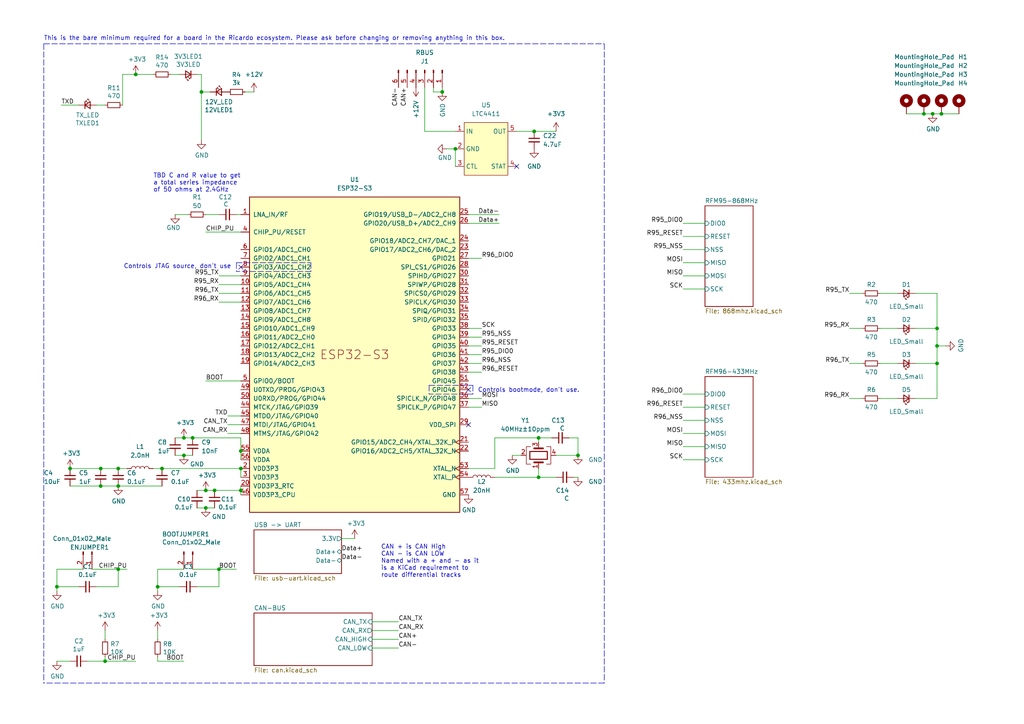
<source format=kicad_sch>
(kicad_sch (version 20211123) (generator eeschema)
  (paper "A4")
  (lib_symbols
    (symbol "Connector:Conn_01x02_Male" (pin_names (offset 1.016) hide)
      (property "Reference" "J" (at 0 2.54 0))
      (property "Value" "Conn_01x02_Male" (at 0 -5.08 0))
      (symbol "Conn_01x02_Male_1_1"
        (polyline (pts (xy 1.27 -2.54) (xy 0.8636 -2.54)) (stroke (width 0.1524)))
        (polyline (pts (xy 1.27 0) (xy 0.8636 0)) (stroke (width 0.1524)))
        (rectangle (start 0.8636 -2.413) (end 0 -2.667) (stroke (width 0.1524)) (fill (type outline)))
        (rectangle (start 0.8636 0.127) (end 0 -0.127) (stroke (width 0.1524)) (fill (type outline)))
        (pin passive line (at 5.08 0 180) (length 3.81) (name "Pin_1") (number "1"))
        (pin passive line (at 5.08 -2.54 180) (length 3.81) (name "Pin_2") (number "2"))
      )
    )
    (symbol "Connector:Conn_01x06_Male" (pin_names (offset 1.016) hide)
      (property "Reference" "J" (at 0 7.62 0))
      (property "Value" "Conn_01x06_Male" (at 0 -10.16 0))
      (symbol "Conn_01x06_Male_1_1"
        (polyline (pts (xy 1.27 -7.62) (xy 0.8636 -7.62)) (stroke (width 0.1524)))
        (polyline (pts (xy 1.27 -5.08) (xy 0.8636 -5.08)) (stroke (width 0.1524)))
        (polyline (pts (xy 1.27 -2.54) (xy 0.8636 -2.54)) (stroke (width 0.1524)))
        (polyline (pts (xy 1.27 0) (xy 0.8636 0)) (stroke (width 0.1524)))
        (polyline (pts (xy 1.27 2.54) (xy 0.8636 2.54)) (stroke (width 0.1524)))
        (polyline (pts (xy 1.27 5.08) (xy 0.8636 5.08)) (stroke (width 0.1524)))
        (rectangle (start 0.8636 -7.493) (end 0 -7.747) (stroke (width 0.1524)) (fill (type outline)))
        (rectangle (start 0.8636 -4.953) (end 0 -5.207) (stroke (width 0.1524)) (fill (type outline)))
        (rectangle (start 0.8636 -2.413) (end 0 -2.667) (stroke (width 0.1524)) (fill (type outline)))
        (rectangle (start 0.8636 0.127) (end 0 -0.127) (stroke (width 0.1524)) (fill (type outline)))
        (rectangle (start 0.8636 2.667) (end 0 2.413) (stroke (width 0.1524)) (fill (type outline)))
        (rectangle (start 0.8636 5.207) (end 0 4.953) (stroke (width 0.1524)) (fill (type outline)))
        (pin passive line (at 5.08 5.08 180) (length 3.81) (name "Pin_1") (number "1"))
        (pin passive line (at 5.08 2.54 180) (length 3.81) (name "Pin_2") (number "2"))
        (pin passive line (at 5.08 0 180) (length 3.81) (name "Pin_3") (number "3"))
        (pin passive line (at 5.08 -2.54 180) (length 3.81) (name "Pin_4") (number "4"))
        (pin passive line (at 5.08 -5.08 180) (length 3.81) (name "Pin_5") (number "5"))
        (pin passive line (at 5.08 -7.62 180) (length 3.81) (name "Pin_6") (number "6"))
      )
    )
    (symbol "Device:C_Small" (pin_numbers hide) (pin_names (offset 0.254) hide)
      (property "Reference" "C" (at 0.254 1.778 0))
      (property "Value" "C_Small" (at 0.254 -2.032 0))
      (symbol "C_Small_0_1"
        (polyline (pts (xy -1.524 -0.508) (xy 1.524 -0.508)) (stroke (width 0.3302)))
        (polyline (pts (xy -1.524 0.508) (xy 1.524 0.508)) (stroke (width 0.3048)))
      )
      (symbol "C_Small_1_1"
        (pin passive line (at 0 2.54 270) (length 2.032) (name "~") (number "1"))
        (pin passive line (at 0 -2.54 90) (length 2.032) (name "~") (number "2"))
      )
    )
    (symbol "Device:Crystal_GND24" (pin_names (offset 1.016) hide)
      (property "Reference" "Y" (at 3.175 5.08 0))
      (property "Value" "Crystal_GND24" (at 3.175 3.175 0))
      (symbol "Crystal_GND24_0_1"
        (rectangle (start -1.143 2.54) (end 1.143 -2.54) (stroke (width 0.3048)))
        (polyline (pts (xy -2.54 0) (xy -2.032 0)))
        (polyline (pts (xy -2.032 -1.27) (xy -2.032 1.27)) (stroke (width 0.508)))
        (polyline (pts (xy 0 -3.81) (xy 0 -3.556)))
        (polyline (pts (xy 0 3.556) (xy 0 3.81)))
        (polyline (pts (xy 2.032 -1.27) (xy 2.032 1.27)) (stroke (width 0.508)))
        (polyline (pts (xy 2.032 0) (xy 2.54 0)))
        (polyline (pts (xy -2.54 -2.286) (xy -2.54 -3.556) (xy 2.54 -3.556) (xy 2.54 -2.286)))
        (polyline (pts (xy -2.54 2.286) (xy -2.54 3.556) (xy 2.54 3.556) (xy 2.54 2.286)))
      )
      (symbol "Crystal_GND24_1_1"
        (pin passive line (at -3.81 0 0) (length 1.27) (name "1") (number "1"))
        (pin passive line (at 0 5.08 270) (length 1.27) (name "2") (number "2"))
        (pin passive line (at 3.81 0 180) (length 1.27) (name "3") (number "3"))
        (pin passive line (at 0 -5.08 90) (length 1.27) (name "4") (number "4"))
      )
    )
    (symbol "Device:L" (pin_numbers hide) (pin_names (offset 1.016) hide)
      (property "Reference" "L" (at -1.27 0 90))
      (property "Value" "L" (at 1.905 0 90))
      (symbol "L_0_1"
        (arc (start 0 -2.54) (mid 0.635 -1.905) (end 0 -1.27))
        (arc (start 0 -1.27) (mid 0.635 -0.635) (end 0 0))
        (arc (start 0 0) (mid 0.635 0.635) (end 0 1.27))
        (arc (start 0 1.27) (mid 0.635 1.905) (end 0 2.54))
      )
      (symbol "L_1_1"
        (pin passive line (at 0 3.81 270) (length 1.27) (name "1") (number "1"))
        (pin passive line (at 0 -3.81 90) (length 1.27) (name "2") (number "2"))
      )
    )
    (symbol "Device:LED_Small" (pin_numbers hide) (pin_names (offset 0.254) hide)
      (property "Reference" "D" (at -1.27 3.175 0))
      (property "Value" "LED_Small" (at -4.445 -2.54 0))
      (symbol "LED_Small_0_1"
        (polyline (pts (xy -0.762 -1.016) (xy -0.762 1.016)) (stroke (width 0.254)))
        (polyline (pts (xy 1.016 0) (xy -0.762 0)))
        (polyline (pts (xy 0.762 -1.016) (xy -0.762 0) (xy 0.762 1.016) (xy 0.762 -1.016)) (stroke (width 0.254)))
        (polyline (pts (xy 0 0.762) (xy -0.508 1.27) (xy -0.254 1.27) (xy -0.508 1.27) (xy -0.508 1.016)))
        (polyline (pts (xy 0.508 1.27) (xy 0 1.778) (xy 0.254 1.778) (xy 0 1.778) (xy 0 1.524)))
      )
      (symbol "LED_Small_1_1"
        (pin passive line (at -2.54 0 0) (length 1.778) (name "K") (number "1"))
        (pin passive line (at 2.54 0 180) (length 1.778) (name "A") (number "2"))
      )
    )
    (symbol "Device:R_Small" (pin_numbers hide) (pin_names (offset 0.254) hide)
      (property "Reference" "R" (at 0.762 0.508 0))
      (property "Value" "R_Small" (at 0.762 -1.016 0))
      (symbol "R_Small_0_1"
        (rectangle (start -0.762 1.778) (end 0.762 -1.778) (stroke (width 0.2032)))
      )
      (symbol "R_Small_1_1"
        (pin passive line (at 0 2.54 270) (length 0.762) (name "~") (number "1"))
        (pin passive line (at 0 -2.54 90) (length 0.762) (name "~") (number "2"))
      )
    )
    (symbol "Espressif:ESP32-S3" (pin_names (offset 1.016))
      (property "Reference" "U" (at 0 48.26 0))
      (property "Value" "ESP32-S3" (at 0 -48.26 0))
      (symbol "ESP32-S3_0_0"
        (text "ESP32-S3" (at 0 0 0) (effects (font (size 2.54 2.54))))
        (pin bidirectional line (at 33.02 -12.7 180) (length 2.54) (name "SPICLK_N/GPIO48") (number "36"))
        (pin bidirectional line (at 33.02 -15.24 180) (length 2.54) (name "SPICLK_P/GPIO47") (number "37"))
      )
      (symbol "ESP32-S3_0_1"
        (rectangle (start -30.48 45.72) (end 30.48 -45.72) (stroke (width 0.254)) (fill (type background)))
      )
      (symbol "ESP32-S3_1_1"
        (pin bidirectional line (at -33.02 40.64 0) (length 2.54) (name "LNA_IN/RF") (number "1"))
        (pin bidirectional line (at -33.02 20.32 0) (length 2.54) (name "GPIO5/ADC1_CH4") (number "10"))
        (pin bidirectional line (at -33.02 17.78 0) (length 2.54) (name "GPIO6/ADC1_CH5") (number "11"))
        (pin bidirectional line (at -33.02 15.24 0) (length 2.54) (name "GPIO7/ADC1_CH6") (number "12"))
        (pin bidirectional line (at -33.02 12.7 0) (length 2.54) (name "GPIO8/ADC1_CH7") (number "13"))
        (pin bidirectional line (at -33.02 10.16 0) (length 2.54) (name "GPIO9/ADC1_CH8") (number "14"))
        (pin bidirectional line (at -33.02 7.62 0) (length 2.54) (name "GPIO10/ADC1_CH9") (number "15"))
        (pin bidirectional line (at -33.02 5.08 0) (length 2.54) (name "GPIO11/ADC2_CH0") (number "16"))
        (pin bidirectional line (at -33.02 2.54 0) (length 2.54) (name "GPIO12/ADC2_CH1") (number "17"))
        (pin bidirectional line (at -33.02 0 0) (length 2.54) (name "GPIO13/ADC2_CH2") (number "18"))
        (pin bidirectional line (at -33.02 -2.54 0) (length 2.54) (name "GPIO14/ADC2_CH3") (number "19"))
        (pin power_in line (at -33.02 -33.02 0) (length 2.54) (name "VDD3P3") (number "2"))
        (pin power_in line (at -33.02 -38.1 0) (length 2.54) (name "VDD3P3_RTC") (number "20"))
        (pin input clock (at 33.02 -25.4 180) (length 2.54) (name "GPIO15/ADC2_CH4/XTAL_32K_P") (number "21"))
        (pin output clock (at 33.02 -27.94 180) (length 2.54) (name "GPIO16/ADC2_CH5/XTAL_32K_N") (number "22"))
        (pin bidirectional line (at 33.02 30.48 180) (length 2.54) (name "GPIO17/ADC2_CH6/DAC_2") (number "23"))
        (pin bidirectional line (at 33.02 33.02 180) (length 2.54) (name "GPIO18/ADC2_CH7/DAC_1") (number "24"))
        (pin bidirectional line (at 33.02 40.64 180) (length 2.54) (name "GPIO19/USB_D-/ADC2_CH8") (number "25"))
        (pin bidirectional line (at 33.02 38.1 180) (length 2.54) (name "GPIO20/USB_D+/ADC2_CH9") (number "26"))
        (pin bidirectional line (at 33.02 27.94 180) (length 2.54) (name "GPIO21") (number "27"))
        (pin bidirectional line (at 33.02 25.4 180) (length 2.54) (name "SPI_CS1/GPIO26") (number "28"))
        (pin power_out line (at 33.02 -20.32 180) (length 2.54) (name "VDD_SPI") (number "29"))
        (pin power_in line (at -33.02 -35.56 0) (length 2.54) (name "VDD3P3") (number "3"))
        (pin bidirectional line (at 33.02 22.86 180) (length 2.54) (name "SPIHD/GPIO27") (number "30"))
        (pin bidirectional line (at 33.02 20.32 180) (length 2.54) (name "SPIWP/GPIO28") (number "31"))
        (pin bidirectional line (at 33.02 17.78 180) (length 2.54) (name "SPICS0/GPIO29") (number "32"))
        (pin bidirectional line (at 33.02 15.24 180) (length 2.54) (name "SPICLK/GPIO30") (number "33"))
        (pin bidirectional line (at 33.02 12.7 180) (length 2.54) (name "SPIQ/GPIO31") (number "34"))
        (pin bidirectional line (at 33.02 10.16 180) (length 2.54) (name "SPID/GPIO32") (number "35"))
        (pin bidirectional line (at 33.02 7.62 180) (length 2.54) (name "GPIO33") (number "38"))
        (pin bidirectional line (at 33.02 5.08 180) (length 2.54) (name "GPIO34") (number "39"))
        (pin input line (at -33.02 35.56 0) (length 2.54) (name "CHIP_PU/RESET") (number "4"))
        (pin bidirectional line (at 33.02 2.54 180) (length 2.54) (name "GPIO35") (number "40"))
        (pin bidirectional line (at 33.02 0 180) (length 2.54) (name "GPIO36") (number "41"))
        (pin bidirectional line (at 33.02 -2.54 180) (length 2.54) (name "GPIO37") (number "42"))
        (pin bidirectional line (at 33.02 -5.08 180) (length 2.54) (name "GPIO38") (number "43"))
        (pin bidirectional line (at -33.02 -15.24 0) (length 2.54) (name "MTCK/JTAG/GPIO39") (number "44"))
        (pin bidirectional line (at -33.02 -17.78 0) (length 2.54) (name "MTDO/JTAG/GPIO40") (number "45"))
        (pin power_in line (at -33.02 -40.64 0) (length 2.54) (name "VDD3P3_CPU") (number "46"))
        (pin bidirectional line (at -33.02 -20.32 0) (length 2.54) (name "MTDI/JTAG/GPIO41") (number "47"))
        (pin bidirectional line (at -33.02 -22.86 0) (length 2.54) (name "MTMS/JTAG/GPIO42") (number "48"))
        (pin bidirectional line (at -33.02 -10.16 0) (length 2.54) (name "U0TXD/PROG/GPIO43") (number "49"))
        (pin bidirectional line (at -33.02 -7.62 0) (length 2.54) (name "GPIO0/BOOT") (number "5"))
        (pin bidirectional line (at -33.02 -12.7 0) (length 2.54) (name "U0RXD/PROG/GPIO44") (number "50"))
        (pin bidirectional line (at 33.02 -7.62 180) (length 2.54) (name "GPIO45") (number "51"))
        (pin bidirectional line (at 33.02 -10.16 180) (length 2.54) (name "GPIO46") (number "52"))
        (pin input clock (at 33.02 -33.02 180) (length 2.54) (name "XTAL_N") (number "53"))
        (pin output clock (at 33.02 -35.56 180) (length 2.54) (name "XTAL_P") (number "54"))
        (pin power_in line (at -33.02 -27.94 0) (length 2.54) (name "VDDA") (number "55"))
        (pin power_in line (at -33.02 -30.48 0) (length 2.54) (name "VDDA") (number "56"))
        (pin power_in line (at 33.02 -40.64 180) (length 2.54) (name "GND") (number "57"))
        (pin bidirectional line (at -33.02 30.48 0) (length 2.54) (name "GPIO1/ADC1_CH0") (number "6"))
        (pin bidirectional line (at -33.02 27.94 0) (length 2.54) (name "GPIO2/ADC1_CH1") (number "7"))
        (pin bidirectional line (at -33.02 25.4 0) (length 2.54) (name "GPIO3/ADC1_CH2") (number "8"))
        (pin bidirectional line (at -33.02 22.86 0) (length 2.54) (name "GPIO4/ADC1_CH3") (number "9"))
      )
    )
    (symbol "Mechanical:MountingHole_Pad" (pin_numbers hide) (pin_names (offset 1.016) hide)
      (property "Reference" "H" (at 0 6.35 0))
      (property "Value" "MountingHole_Pad" (at 0 4.445 0))
      (symbol "MountingHole_Pad_0_1"
        (circle (center 0 1.27) (radius 1.27) (stroke (width 1.27)))
      )
      (symbol "MountingHole_Pad_1_1"
        (pin input line (at 0 -2.54 90) (length 2.54) (name "1") (number "1"))
      )
    )
    (symbol "iclr:LTC4411"
      (property "Reference" "U" (at 0 1.27 0))
      (property "Value" "LTC4411" (at 0 -1.27 0))
      (symbol "LTC4411_0_1"
        (rectangle (start -6.35 -2.54) (end 6.35 -17.78) (fill (type background)))
      )
      (symbol "LTC4411_1_1"
        (pin power_in line (at -8.89 -5.08 0) (length 2.54) (name "IN") (number "1"))
        (pin output line (at -8.89 -10.16 0) (length 2.54) (name "GND") (number "2"))
        (pin input line (at -8.89 -15.24 0) (length 2.54) (name "CTL") (number "3"))
        (pin input line (at 8.89 -15.24 180) (length 2.54) (name "STAT") (number "4"))
        (pin power_out line (at 8.89 -5.08 180) (length 2.54) (name "OUT") (number "5"))
      )
    )
    (symbol "power:+12V" (power) (pin_names (offset 0))
      (property "Value" "+12V" (at 0 3.556 0))
      (symbol "+12V_0_1"
        (polyline (pts (xy -0.762 1.27) (xy 0 2.54)))
        (polyline (pts (xy 0 0) (xy 0 2.54)))
        (polyline (pts (xy 0 2.54) (xy 0.762 1.27)))
      )
      (symbol "+12V_1_1"
        (pin power_in line (at 0 0 90) (length 0) hide (name "+12V") (number "1"))
      )
    )
    (symbol "power:+3.3V" (power) (pin_names (offset 0))
      (property "Value" "+3.3V" (at 0 3.556 0))
      (symbol "+3.3V_0_1"
        (polyline (pts (xy -0.762 1.27) (xy 0 2.54)))
        (polyline (pts (xy 0 0) (xy 0 2.54)))
        (polyline (pts (xy 0 2.54) (xy 0.762 1.27)))
      )
      (symbol "+3.3V_1_1"
        (pin power_in line (at 0 0 90) (length 0) hide (name "+3V3") (number "1"))
      )
    )
    (symbol "power:GND" (power) (pin_names (offset 0))
      (property "Value" "GND" (at 0 -3.81 0))
      (symbol "GND_0_1"
        (polyline (pts (xy 0 0) (xy 0 -1.27) (xy 1.27 -1.27) (xy 0 -2.54) (xy -1.27 -1.27) (xy 0 -1.27)))
      )
      (symbol "GND_1_1"
        (pin power_in line (at 0 0 270) (length 0) hide (name "GND") (number "1"))
      )
    )
  )
  (junction (at 132.08 43.18))
  (junction (at 39.37 21.59))
  (junction (at 59.69 142.24))
  (junction (at 271.78 95.25))
  (junction (at 53.34 127))
  (junction (at 58.42 26.67))
  (junction (at 30.48 191.77))
  (junction (at 271.78 105.41))
  (junction (at 271.78 100.33))
  (junction (at 69.85 142.24))
  (junction (at 55.88 127))
  (junction (at 63.5 165.1))
  (junction (at 59.69 147.32))
  (junction (at 62.23 142.24))
  (junction (at 34.29 135.89))
  (junction (at 20.32 135.89))
  (junction (at 45.72 170.18))
  (junction (at 29.21 135.89))
  (junction (at 154.94 38.1))
  (junction (at 34.29 140.97))
  (junction (at 156.21 127))
  (junction (at 273.05 33.02))
  (junction (at 53.34 132.08))
  (junction (at 156.21 138.43))
  (junction (at 69.85 130.81))
  (junction (at 29.21 140.97))
  (junction (at 16.51 170.18))
  (junction (at 270.51 33.02))
  (junction (at 267.97 33.02))
  (junction (at 167.64 132.08))
  (junction (at 46.99 135.89))
  (junction (at 128.27 26.67))
  (junction (at 34.29 165.1))
  (junction (at 69.85 135.89))
  (no_connect (at 69.85 77.47))
  (no_connect (at 135.89 113.03))
  (no_connect (at 135.89 123.19))
  (no_connect (at 149.86 48.26))
  (wire (pts (xy 30.48 191.77) (xy 30.48 190.5)))
  (wire (pts (xy 135.89 62.23) (xy 144.78 62.23)))
  (wire (pts (xy 69.85 135.89) (xy 69.85 138.43)))
  (polyline (pts (xy 90.17 78.74) (xy 68.58 78.74)))
  (wire (pts (xy 63.5 170.18) (xy 63.5 165.1)))
  (polyline (pts (xy 68.58 76.2) (xy 68.58 78.74)))
  (wire (pts (xy 274.32 100.33) (xy 271.78 100.33)))
  (wire (pts (xy 66.04 123.19) (xy 69.85 123.19)))
  (wire (pts (xy 60.96 26.67) (xy 58.42 26.67)))
  (wire (pts (xy 16.51 191.77) (xy 20.32 191.77)))
  (wire (pts (xy 107.95 180.34) (xy 115.57 180.34)))
  (wire (pts (xy 198.12 64.77) (xy 204.47 64.77)))
  (wire (pts (xy 128.27 25.4) (xy 128.27 26.67)))
  (wire (pts (xy 260.35 95.25) (xy 255.27 95.25)))
  (wire (pts (xy 135.89 100.33) (xy 139.7 100.33)))
  (wire (pts (xy 160.02 127) (xy 156.21 127)))
  (wire (pts (xy 45.72 165.1) (xy 53.34 165.1)))
  (wire (pts (xy 125.73 26.67) (xy 128.27 26.67)))
  (wire (pts (xy 58.42 21.59) (xy 57.15 21.59)))
  (wire (pts (xy 29.21 135.89) (xy 34.29 135.89)))
  (wire (pts (xy 143.51 138.43) (xy 156.21 138.43)))
  (wire (pts (xy 271.78 100.33) (xy 271.78 105.41)))
  (wire (pts (xy 135.89 115.57) (xy 139.7 115.57)))
  (wire (pts (xy 59.69 110.49) (xy 69.85 110.49)))
  (polyline (pts (xy 12.7 12.7) (xy 12.7 198.12)))
  (wire (pts (xy 135.89 102.87) (xy 139.7 102.87)))
  (wire (pts (xy 267.97 33.02) (xy 262.89 33.02)))
  (wire (pts (xy 271.78 105.41) (xy 271.78 115.57)))
  (wire (pts (xy 16.51 170.18) (xy 16.51 171.45)))
  (wire (pts (xy 57.15 170.18) (xy 63.5 170.18)))
  (polyline (pts (xy 137.16 111.76) (xy 137.16 114.3)))
  (wire (pts (xy 68.58 165.1) (xy 63.5 165.1)))
  (wire (pts (xy 68.58 62.23) (xy 69.85 62.23)))
  (wire (pts (xy 27.94 30.48) (xy 30.48 30.48)))
  (wire (pts (xy 16.51 165.1) (xy 16.51 170.18)))
  (wire (pts (xy 161.29 132.08) (xy 167.64 132.08)))
  (wire (pts (xy 30.48 182.88) (xy 30.48 185.42)))
  (wire (pts (xy 57.15 147.32) (xy 59.69 147.32)))
  (polyline (pts (xy 68.58 76.2) (xy 90.17 76.2)))
  (wire (pts (xy 34.29 135.89) (xy 36.83 135.89)))
  (wire (pts (xy 69.85 142.24) (xy 69.85 143.51)))
  (wire (pts (xy 62.23 142.24) (xy 69.85 142.24)))
  (wire (pts (xy 53.34 132.08) (xy 55.88 132.08)))
  (wire (pts (xy 143.51 135.89) (xy 143.51 127)))
  (wire (pts (xy 156.21 127) (xy 156.21 128.27)))
  (wire (pts (xy 34.29 165.1) (xy 36.83 165.1)))
  (wire (pts (xy 50.8 132.08) (xy 53.34 132.08)))
  (wire (pts (xy 271.78 85.09) (xy 265.43 85.09)))
  (polyline (pts (xy 124.46 111.76) (xy 124.46 114.3)))
  (wire (pts (xy 63.5 87.63) (xy 69.85 87.63)))
  (polyline (pts (xy 12.7 12.7) (xy 175.26 12.7)))
  (wire (pts (xy 66.04 120.65) (xy 69.85 120.65)))
  (wire (pts (xy 44.45 135.89) (xy 46.99 135.89)))
  (wire (pts (xy 250.19 85.09) (xy 246.38 85.09)))
  (wire (pts (xy 69.85 130.81) (xy 69.85 133.35)))
  (wire (pts (xy 250.19 95.25) (xy 246.38 95.25)))
  (wire (pts (xy 22.86 170.18) (xy 16.51 170.18)))
  (wire (pts (xy 271.78 115.57) (xy 265.43 115.57)))
  (wire (pts (xy 250.19 115.57) (xy 246.38 115.57)))
  (wire (pts (xy 132.08 43.18) (xy 132.08 48.26)))
  (wire (pts (xy 50.8 127) (xy 53.34 127)))
  (wire (pts (xy 260.35 85.09) (xy 255.27 85.09)))
  (wire (pts (xy 17.78 30.48) (xy 22.86 30.48)))
  (wire (pts (xy 52.07 170.18) (xy 45.72 170.18)))
  (wire (pts (xy 123.19 25.4) (xy 123.19 38.1)))
  (wire (pts (xy 66.04 125.73) (xy 69.85 125.73)))
  (wire (pts (xy 50.8 62.23) (xy 54.61 62.23)))
  (wire (pts (xy 154.94 38.1) (xy 161.29 38.1)))
  (wire (pts (xy 59.69 62.23) (xy 63.5 62.23)))
  (wire (pts (xy 198.12 133.35) (xy 204.47 133.35)))
  (wire (pts (xy 278.13 33.02) (xy 273.05 33.02)))
  (wire (pts (xy 29.21 140.97) (xy 34.29 140.97)))
  (wire (pts (xy 35.56 21.59) (xy 39.37 21.59)))
  (wire (pts (xy 55.88 127) (xy 69.85 127)))
  (wire (pts (xy 271.78 95.25) (xy 265.43 95.25)))
  (wire (pts (xy 107.95 187.96) (xy 115.57 187.96)))
  (wire (pts (xy 107.95 182.88) (xy 115.57 182.88)))
  (wire (pts (xy 69.85 127) (xy 69.85 130.81)))
  (polyline (pts (xy 137.16 114.3) (xy 124.46 114.3)))
  (wire (pts (xy 198.12 125.73) (xy 204.47 125.73)))
  (wire (pts (xy 271.78 95.25) (xy 271.78 85.09)))
  (wire (pts (xy 55.88 165.1) (xy 63.5 165.1)))
  (wire (pts (xy 125.73 25.4) (xy 125.73 26.67)))
  (wire (pts (xy 25.4 191.77) (xy 30.48 191.77)))
  (wire (pts (xy 273.05 33.02) (xy 270.51 33.02)))
  (wire (pts (xy 135.89 135.89) (xy 143.51 135.89)))
  (wire (pts (xy 45.72 170.18) (xy 45.72 171.45)))
  (wire (pts (xy 45.72 191.77) (xy 45.72 190.5)))
  (wire (pts (xy 49.53 21.59) (xy 52.07 21.59)))
  (wire (pts (xy 148.59 132.08) (xy 151.13 132.08)))
  (wire (pts (xy 271.78 105.41) (xy 265.43 105.41)))
  (wire (pts (xy 135.89 107.95) (xy 139.7 107.95)))
  (wire (pts (xy 58.42 21.59) (xy 58.42 26.67)))
  (wire (pts (xy 161.29 138.43) (xy 156.21 138.43)))
  (wire (pts (xy 271.78 100.33) (xy 271.78 95.25)))
  (wire (pts (xy 135.89 118.11) (xy 139.7 118.11)))
  (wire (pts (xy 135.89 97.79) (xy 139.7 97.79)))
  (wire (pts (xy 63.5 82.55) (xy 69.85 82.55)))
  (wire (pts (xy 59.69 67.31) (xy 69.85 67.31)))
  (wire (pts (xy 149.86 38.1) (xy 154.94 38.1)))
  (wire (pts (xy 198.12 129.54) (xy 204.47 129.54)))
  (wire (pts (xy 53.34 191.77) (xy 45.72 191.77)))
  (wire (pts (xy 135.89 74.93) (xy 139.7 74.93)))
  (wire (pts (xy 58.42 26.67) (xy 58.42 40.64)))
  (wire (pts (xy 123.19 38.1) (xy 132.08 38.1)))
  (wire (pts (xy 156.21 135.89) (xy 156.21 138.43)))
  (wire (pts (xy 34.29 170.18) (xy 34.29 165.1)))
  (polyline (pts (xy 90.17 76.2) (xy 90.17 78.74)))
  (wire (pts (xy 63.5 85.09) (xy 69.85 85.09)))
  (wire (pts (xy 260.35 115.57) (xy 255.27 115.57)))
  (wire (pts (xy 143.51 127) (xy 156.21 127)))
  (wire (pts (xy 99.06 156.21) (xy 102.87 156.21)))
  (wire (pts (xy 167.64 138.43) (xy 166.37 138.43)))
  (wire (pts (xy 198.12 80.01) (xy 204.47 80.01)))
  (wire (pts (xy 198.12 118.11) (xy 204.47 118.11)))
  (wire (pts (xy 20.32 135.89) (xy 29.21 135.89)))
  (wire (pts (xy 198.12 68.58) (xy 204.47 68.58)))
  (wire (pts (xy 167.64 127) (xy 167.64 132.08)))
  (wire (pts (xy 39.37 21.59) (xy 44.45 21.59)))
  (polyline (pts (xy 124.46 111.76) (xy 137.16 111.76)))
  (wire (pts (xy 59.69 147.32) (xy 62.23 147.32)))
  (wire (pts (xy 30.48 191.77) (xy 39.37 191.77)))
  (wire (pts (xy 270.51 33.02) (xy 267.97 33.02)))
  (wire (pts (xy 107.95 185.42) (xy 115.57 185.42)))
  (wire (pts (xy 129.54 43.18) (xy 132.08 43.18)))
  (wire (pts (xy 53.34 127) (xy 55.88 127)))
  (wire (pts (xy 63.5 80.01) (xy 69.85 80.01)))
  (wire (pts (xy 35.56 21.59) (xy 35.56 30.48)))
  (wire (pts (xy 73.66 26.67) (xy 71.12 26.67)))
  (wire (pts (xy 46.99 135.89) (xy 69.85 135.89)))
  (wire (pts (xy 250.19 105.41) (xy 246.38 105.41)))
  (wire (pts (xy 198.12 121.92) (xy 204.47 121.92)))
  (polyline (pts (xy 175.26 12.7) (xy 175.26 198.12)))
  (wire (pts (xy 34.29 140.97) (xy 46.99 140.97)))
  (wire (pts (xy 135.89 64.77) (xy 144.78 64.77)))
  (wire (pts (xy 27.94 170.18) (xy 34.29 170.18)))
  (wire (pts (xy 45.72 165.1) (xy 45.72 170.18)))
  (wire (pts (xy 260.35 105.41) (xy 255.27 105.41)))
  (wire (pts (xy 59.69 142.24) (xy 62.23 142.24)))
  (wire (pts (xy 57.15 142.24) (xy 59.69 142.24)))
  (wire (pts (xy 198.12 76.2) (xy 204.47 76.2)))
  (wire (pts (xy 20.32 140.97) (xy 29.21 140.97)))
  (wire (pts (xy 198.12 114.3) (xy 204.47 114.3)))
  (wire (pts (xy 69.85 142.24) (xy 69.85 140.97)))
  (wire (pts (xy 167.64 127) (xy 165.1 127)))
  (wire (pts (xy 198.12 83.82) (xy 204.47 83.82)))
  (wire (pts (xy 26.67 165.1) (xy 34.29 165.1)))
  (wire (pts (xy 45.72 182.88) (xy 45.72 185.42)))
  (wire (pts (xy 16.51 165.1) (xy 24.13 165.1)))
  (wire (pts (xy 135.89 95.25) (xy 139.7 95.25)))
  (polyline (pts (xy 175.26 198.12) (xy 12.7 198.12)))
  (wire (pts (xy 198.12 72.39) (xy 204.47 72.39)))
  (wire (pts (xy 135.89 105.41) (xy 139.7 105.41)))
  (text "Controls bootmode, don't use.\n" (at 138.5894 113.9757 0) (effects (font (size 1.27 1.27)) (justify left bottom)))
  (text "This is the bare minimum required for a board in the Ricardo ecosystem. Please ask before changing or removing anything in this box.\n\n" (at 12.7 13.97 0) (effects (font (size 1.27 1.27)) (justify left bottom)))
  (text "TBD C and R value to get\na total series impedance\nof 50 ohms at 2.4GHz\n" (at 44.45 55.88 0) (effects (font (size 1.27 1.27)) (justify left bottom)))
  (text "CAN + is CAN High\nCAN - is CAN LOW\nNamed with a + and - as it\nis a KiCad requirement to\nroute differential tracks\n" (at 110.49 167.64 0) (effects (font (size 1.27 1.27)) (justify left bottom)))
  (text "Controls JTAG source, don't use\n" (at 67.0857 78.0878 180) (effects (font (size 1.27 1.27)) (justify right bottom)))
  (label "MOSI" (at 139.7 115.57 0))
  (label "R95_NSS" (at 198.12 72.39 180))
  (label "R96_DIO0" (at 198.12 114.3 180))
  (label "R95_TX" (at 246.38 85.09 180))
  (label "R96_TX" (at 63.5 85.09 180))
  (label "CHIP_PU" (at 36.83 165.1 180))
  (label "CAN+" (at 115.57 185.42 0))
  (label "CAN_RX" (at 66.04 125.73 180))
  (label "Data+" (at 99.06 160.02 0))
  (label "R96_DIO0" (at 139.7 74.93 0))
  (label "R95_DIO0" (at 198.12 64.77 180))
  (label "SCK" (at 198.12 83.82 180))
  (label "R95_RX" (at 63.5 82.55 180))
  (label "R95_NSS" (at 139.7 97.79 0))
  (label "TXD" (at 66.04 120.65 180))
  (label "R96_RX" (at 246.38 115.57 180))
  (label "Data-" (at 99.06 162.56 0))
  (label "R96_NSS" (at 198.12 121.92 180))
  (label "MISO" (at 198.12 129.54 180))
  (label "BOOT" (at 53.34 191.77 180))
  (label "MOSI" (at 198.12 76.2 180))
  (label "CAN-" (at 115.57 25.4 270))
  (label "R96_RX" (at 63.5 87.63 180))
  (label "CAN+" (at 118.11 25.4 270))
  (label "CAN_TX" (at 115.57 180.34 0))
  (label "R96_RESET" (at 139.7 107.95 0))
  (label "MOSI" (at 198.12 125.73 180))
  (label "BOOT" (at 68.58 165.1 180))
  (label "MISO" (at 139.7 118.11 0))
  (label "R95_RESET" (at 198.12 68.58 180))
  (label "BOOT" (at 59.69 110.49 0))
  (label "R95_DIO0" (at 139.7 102.87 0))
  (label "CAN_TX" (at 66.04 123.19 180))
  (label "SCK" (at 198.12 133.35 180))
  (label "CHIP_PU" (at 59.69 67.31 0))
  (label "R95_RX" (at 246.38 95.25 180))
  (label "SCK" (at 139.7 95.25 0))
  (label "R95_TX" (at 63.5 80.01 180))
  (label "CAN_RX" (at 115.57 182.88 0))
  (label "Data+" (at 144.78 64.77 180))
  (label "Data-" (at 144.78 62.23 180))
  (label "CAN-" (at 115.57 187.96 0))
  (label "R96_NSS" (at 139.7 105.41 0))
  (label "R95_RESET" (at 139.7 100.33 0))
  (label "R96_RESET" (at 198.12 118.11 180))
  (label "TXD" (at 17.78 30.48 0))
  (label "CHIP_PU" (at 39.37 191.77 180))
  (label "R96_TX" (at 246.38 105.41 180))
  (label "MISO" (at 198.12 80.01 180))
  (symbol (lib_id "power:+3.3V") (at 30.48 182.88 0) (unit 1)
    (property "Reference" "#PWR06" (effects hide))
    (property "Value" "+3.3V" (at 30.861 178.4858 0))
  )
  (symbol (lib_id "Device:R_Small") (at 30.48 187.96 0) (unit 1)
    (property "Reference" "R7" (at 31.9786 186.7916 0) (effects (justify left)))
    (property "Value" "10K" (at 31.9786 189.103 0) (effects (justify left)))
    (property "Footprint" "Resistor_SMD:R_0402_1005Metric" (effects hide))
  )
  (symbol (lib_id "Device:C_Small") (at 22.86 191.77 270) (unit 1)
    (property "Reference" "C2" (at 22.86 185.9534 90))
    (property "Value" "1uF" (at 22.86 188.2648 90))
    (property "Footprint" "Capacitor_SMD:C_0402_1005Metric" (effects hide))
  )
  (symbol (lib_id "power:GND") (at 16.51 191.77 0) (unit 1)
    (property "Reference" "#PWR03" (effects hide))
    (property "Value" "GND" (at 16.637 196.1642 0))
  )
  (symbol (lib_id "power:+3.3V") (at 45.72 182.88 0) (unit 1)
    (property "Reference" "#PWR09" (effects hide))
    (property "Value" "+3.3V" (at 46.101 178.4858 0))
  )
  (symbol (lib_id "Device:R_Small") (at 45.72 187.96 0) (unit 1)
    (property "Reference" "R8" (at 47.2186 186.7916 0) (effects (justify left)))
    (property "Value" "10K" (at 47.2186 189.103 0) (effects (justify left)))
    (property "Footprint" "Resistor_SMD:R_0402_1005Metric" (effects hide))
  )
  (symbol (lib_id "power:GND") (at 45.72 171.45 0) (unit 1)
    (property "Reference" "#PWR07" (effects hide))
    (property "Value" "GND" (at 45.847 175.8442 0))
  )
  (symbol (lib_id "Device:C_Small") (at 54.61 170.18 270) (unit 1)
    (property "Reference" "C3" (at 54.61 164.3634 90))
    (property "Value" "0.1uF" (at 54.61 166.6748 90))
    (property "Footprint" "Capacitor_SMD:C_0402_1005Metric" (effects hide))
  )
  (symbol (lib_id "power:GND") (at 16.51 171.45 0) (unit 1)
    (property "Reference" "#PWR02" (effects hide))
    (property "Value" "GND" (at 16.637 175.8442 0))
  )
  (symbol (lib_id "Device:C_Small") (at 25.4 170.18 270) (unit 1)
    (property "Reference" "C1" (at 25.4 164.3634 90))
    (property "Value" "0.1uF" (at 25.4 166.6748 90))
    (property "Footprint" "Capacitor_SMD:C_0603_1608Metric" (effects hide))
  )
  (symbol (lib_id "Device:LED_Small") (at 25.4 30.48 0) (unit 1)
    (property "Reference" "TXLED1" (at 25.4 35.687 0))
    (property "Value" "TX_LED" (at 25.4 33.3756 0))
    (property "Footprint" "Resistor_SMD:R_0402_1005Metric" (effects hide))
  )
  (symbol (lib_id "Device:R_Small") (at 33.02 30.48 270) (unit 1)
    (property "Reference" "R11" (at 33.02 25.5016 90))
    (property "Value" "470" (at 33.02 27.813 90))
    (property "Footprint" "Resistor_SMD:R_0402_1005Metric" (effects hide))
  )
  (symbol (lib_id "power:GND") (at 58.42 40.64 0) (unit 1)
    (property "Reference" "#PWR012" (effects hide))
    (property "Value" "GND" (at 58.547 45.0342 0))
  )
  (symbol (lib_id "power:+3.3V") (at 39.37 21.59 0) (unit 1)
    (property "Reference" "#PWR011" (effects hide))
    (property "Value" "+3.3V" (at 39.751 17.1958 0))
  )
  (symbol (lib_id "Device:LED_Small") (at 54.61 21.59 180) (unit 1)
    (property "Reference" "3V3LED1" (at 54.61 16.383 0))
    (property "Value" "3V3LED" (at 54.61 18.6944 0))
    (property "Footprint" "Resistor_SMD:R_0402_1005Metric" (effects hide))
  )
  (symbol (lib_id "Device:R_Small") (at 46.99 21.59 270) (unit 1)
    (property "Reference" "R14" (at 46.99 16.6116 90))
    (property "Value" "470" (at 46.99 18.923 90))
    (property "Footprint" "Resistor_SMD:R_0402_1005Metric" (effects hide))
  )
  (symbol (lib_id "Connector:Conn_01x02_Male") (at 26.67 160.02 270) (unit 1)
    (property "Reference" "ENJUMPER1" (at 20.32 158.75 90) (effects (justify left)))
    (property "Value" "Conn_01x02_Male" (at 15.24 156.21 90) (effects (justify left)))
    (property "Footprint" "Connector_PinHeader_2.54mm:PinHeader_1x02_P2.54mm_Vertical" (effects hide))
  )
  (symbol (lib_id "Connector:Conn_01x02_Male") (at 55.88 160.02 270) (unit 1)
    (property "Reference" "BOOTJUMPER1" (at 46.99 154.94 90) (effects (justify left)))
    (property "Value" "Conn_01x02_Male" (at 46.99 157.2514 90) (effects (justify left)))
    (property "Footprint" "Connector_PinHeader_2.54mm:PinHeader_1x02_P2.54mm_Vertical" (effects hide))
  )
  (symbol (lib_id "power:+3.3V") (at 102.87 156.21 0) (unit 1)
    (property "Reference" "#PWR0108" (effects hide))
    (property "Value" "+3.3V" (at 103.251 151.8158 0))
  )
  (symbol (lib_id "power:GND") (at 128.27 26.67 0) (unit 1)
    (property "Reference" "#PWR0138" (effects hide))
    (property "Value" "GND" (at 128.397 29.9212 90) (effects (justify right)))
  )
  (symbol (lib_id "Connector:Conn_01x06_Male") (at 123.19 20.32 270) (unit 1)
    (property "Reference" "J1" (at 123.19 17.78 90))
    (property "Value" "RBUS" (at 123.19 15.24 90))
    (property "Footprint" "Connector_Molex:Molex_Mini-Fit_Jr_5566-06A_2x03_P4.20mm_Vertical" (effects hide))
  )
  (symbol (lib_id "Device:LED_Small") (at 63.5 26.67 0) (unit 1)
    (property "Reference" "12VLED1" (at 63.5 31.877 0))
    (property "Value" "12V_LED" (at 63.5 29.5656 0))
    (property "Footprint" "Resistor_SMD:R_0402_1005Metric" (effects hide))
  )
  (symbol (lib_id "Device:R_Small") (at 68.58 26.67 270) (unit 1)
    (property "Reference" "R4" (at 68.58 21.6916 90))
    (property "Value" "3k" (at 68.58 24.003 90))
    (property "Footprint" "Resistor_SMD:R_0402_1005Metric" (effects hide))
  )
  (symbol (lib_id "power:GND") (at 274.32 100.33 90) (unit 1)
    (property "Reference" "#PWR01" (effects hide))
    (property "Value" "GND" (at 278.7142 100.203 0))
  )
  (symbol (lib_id "power:GND") (at 167.64 132.08 0) (unit 1)
    (property "Reference" "#PWR0110" (effects hide))
    (property "Value" "GND" (at 172.72 133.35 0))
  )
  (symbol (lib_id "power:GND") (at 34.29 140.97 0) (unit 1)
    (property "Reference" "#PWR0106" (effects hide))
    (property "Value" "GND" (at 34.417 145.3642 0))
  )
  (symbol (lib_id "Device:C_Small") (at 55.88 129.54 0) (unit 1)
    (property "Reference" "C9" (at 58.42 128.2762 0) (effects (justify left)))
    (property "Value" "10nF" (at 58.42 130.8162 0) (effects (justify left)))
    (property "Footprint" "Capacitor_SMD:C_0402_1005Metric" (effects hide))
  )
  (symbol (lib_id "power:+3.3V") (at 53.34 127 0) (unit 1)
    (property "Reference" "#PWR0101" (effects hide))
    (property "Value" "+3.3V" (at 53.721 122.6058 0))
  )
  (symbol (lib_id "Mechanical:MountingHole_Pad") (at 267.97 30.48 0) (unit 1)
    (property "Reference" "H2" (at 280.67 19.05 0) (effects (justify right)))
    (property "Value" "MountingHole_Pad" (at 276.86 21.59 0) (effects (justify right)))
    (property "Footprint" "MountingHole:MountingHole_3.2mm_M3_DIN965_Pad" (effects hide))
  )
  (symbol (lib_id "Device:C_Small") (at 50.8 129.54 0) (unit 1)
    (property "Reference" "C8" (at 45.72 128.27 0) (effects (justify left)))
    (property "Value" "1uF" (at 45.72 130.81 0) (effects (justify left)))
    (property "Footprint" "Capacitor_SMD:C_0402_1005Metric" (effects hide))
  )
  (symbol (lib_id "iclr:LTC4411") (at 140.97 33.02 0) (unit 1)
    (property "Reference" "U5" (at 140.97 30.48 0))
    (property "Value" "LTC4411" (at 140.97 33.02 0))
    (property "Footprint" "Package_TO_SOT_SMD:SOT-23-5" (effects hide))
  )
  (symbol (lib_id "power:+12V") (at 73.66 26.67 0) (unit 1)
    (property "Reference" "#PWR0104" (effects hide))
    (property "Value" "+12V" (at 73.66 21.59 0))
  )
  (symbol (lib_id "Device:R_Small") (at 252.73 85.09 270) (unit 1)
    (property "Reference" "R2" (at 252.73 82.55 90))
    (property "Value" "470" (at 252.73 87.63 90))
    (property "Footprint" "Resistor_SMD:R_0402_1005Metric" (effects hide))
  )
  (symbol (lib_id "Device:LED_Small") (at 262.89 105.41 180) (unit 1)
    (property "Reference" "D3" (at 262.89 102.87 0))
    (property "Value" "LED_Small" (at 262.89 109.22 0))
    (property "Footprint" "Resistor_SMD:R_0402_1005Metric" (effects hide))
  )
  (symbol (lib_id "power:GND") (at 154.94 43.18 0) (unit 1)
    (property "Reference" "#PWR0140" (effects hide))
    (property "Value" "GND" (at 154.94 48.26 0))
  )
  (symbol (lib_id "Device:R_Small") (at 252.73 115.57 270) (unit 1)
    (property "Reference" "R6" (at 252.73 113.03 90))
    (property "Value" "470" (at 252.73 118.11 90))
    (property "Footprint" "Resistor_SMD:R_0402_1005Metric" (effects hide))
  )
  (symbol (lib_id "Mechanical:MountingHole_Pad") (at 278.13 30.48 0) (unit 1)
    (property "Reference" "H4" (at 280.67 24.13 0) (effects (justify right)))
    (property "Value" "MountingHole_Pad" (at 276.86 16.51 0) (effects (justify right)))
    (property "Footprint" "MountingHole:MountingHole_3.2mm_M3_DIN965_Pad" (effects hide))
  )
  (symbol (lib_id "power:GND") (at 59.69 147.32 0) (unit 1)
    (property "Reference" "#PWR0112" (effects hide))
    (property "Value" "GND" (at 63.5 149.86 0))
  )
  (symbol (lib_id "power:+12V") (at 120.65 25.4 180) (unit 1)
    (property "Reference" "#PWR0116" (effects hide))
    (property "Value" "+12V" (at 120.65 31.75 90))
  )
  (symbol (lib_id "Device:C_Small") (at 20.32 138.43 0) (unit 1)
    (property "Reference" "C4" (at 12.7 137.16 0) (effects (justify left)))
    (property "Value" "10uF" (at 12.7 139.7 0) (effects (justify left)))
    (property "Footprint" "Capacitor_SMD:C_0402_1005Metric" (effects hide))
  )
  (symbol (lib_id "power:GND") (at 129.54 43.18 270) (unit 1)
    (property "Reference" "#PWR0148" (effects hide))
    (property "Value" "GND" (at 127 45.72 90) (effects (justify left)))
  )
  (symbol (lib_id "Device:C_Small") (at 57.15 144.78 0) (unit 1)
    (property "Reference" "C10" (at 53.34 144.78 0))
    (property "Value" "0.1uF" (at 53.34 147.0914 0))
    (property "Footprint" "Capacitor_SMD:C_0402_1005Metric" (effects hide))
  )
  (symbol (lib_id "Device:C_Small") (at 163.83 138.43 90) (unit 1)
    (property "Reference" "C14" (at 165.1 142.24 90) (effects (justify left)))
    (property "Value" "C" (at 165.1 144.5514 90) (effects (justify left)))
    (property "Footprint" "Capacitor_SMD:C_0603_1608Metric" (effects hide))
  )
  (symbol (lib_id "power:GND") (at 167.64 138.43 0) (unit 1)
    (property "Reference" "#PWR0111" (effects hide))
    (property "Value" "GND" (at 172.72 139.7 0))
  )
  (symbol (lib_id "Device:C_Small") (at 154.94 40.64 0) (unit 1)
    (property "Reference" "C22" (at 157.48 39.3762 0) (effects (justify left)))
    (property "Value" "4.7uF" (at 157.48 41.9162 0) (effects (justify left)))
    (property "Footprint" "Capacitor_SMD:C_0603_1608Metric" (effects hide))
  )
  (symbol (lib_id "Device:C_Small") (at 34.29 138.43 0) (unit 1)
    (property "Reference" "C6" (at 36.83 137.1662 0) (effects (justify left)))
    (property "Value" "0.1uF" (at 36.83 139.7062 0) (effects (justify left)))
    (property "Footprint" "Capacitor_SMD:C_0402_1005Metric" (effects hide))
  )
  (symbol (lib_id "power:GND") (at 53.34 132.08 0) (unit 1)
    (property "Reference" "#PWR0105" (effects hide))
    (property "Value" "GND" (at 57.15 134.62 0))
  )
  (symbol (lib_id "Mechanical:MountingHole_Pad") (at 262.89 30.48 0) (unit 1)
    (property "Reference" "H1" (at 280.67 16.51 0) (effects (justify right)))
    (property "Value" "MountingHole_Pad" (at 276.86 24.13 0) (effects (justify right)))
    (property "Footprint" "MountingHole:MountingHole_3.2mm_M3_DIN965_Pad" (effects hide))
  )
  (symbol (lib_id "Device:C_Small") (at 62.23 144.78 0) (unit 1)
    (property "Reference" "C11" (at 66.04 144.78 0))
    (property "Value" "0.1uF" (at 66.04 147.0914 0))
    (property "Footprint" "Capacitor_SMD:C_0402_1005Metric" (effects hide))
  )
  (symbol (lib_id "Device:C_Small") (at 162.56 127 90) (unit 1)
    (property "Reference" "C13" (at 163.83 121.92 90) (effects (justify left)))
    (property "Value" "C" (at 163.83 124.2314 90) (effects (justify left)))
    (property "Footprint" "Capacitor_SMD:C_0603_1608Metric" (effects hide))
  )
  (symbol (lib_id "power:GND") (at 148.59 132.08 0) (unit 1)
    (property "Reference" "#PWR0113" (effects hide))
    (property "Value" "GND" (at 148.717 136.4742 0))
  )
  (symbol (lib_id "Device:LED_Small") (at 262.89 95.25 180) (unit 1)
    (property "Reference" "D2" (at 262.89 92.71 0))
    (property "Value" "LED_Small" (at 262.89 99.06 0))
    (property "Footprint" "Resistor_SMD:R_0402_1005Metric" (effects hide))
  )
  (symbol (lib_id "Device:L") (at 139.7 138.43 90) (unit 1)
    (property "Reference" "L2" (at 139.7 139.7 90))
    (property "Value" "20nH" (at 139.7 142.24 90))
    (property "Footprint" "Inductor_SMD:L_0603_1608Metric" (effects hide))
  )
  (symbol (lib_id "power:+3.3V") (at 59.69 142.24 0) (unit 1)
    (property "Reference" "#PWR0103" (effects hide))
    (property "Value" "+3.3V" (at 60.071 137.8458 0))
  )
  (symbol (lib_id "Device:LED_Small") (at 262.89 85.09 180) (unit 1)
    (property "Reference" "D1" (at 262.89 82.55 0))
    (property "Value" "LED_Small" (at 262.89 88.9 0))
    (property "Footprint" "Resistor_SMD:R_0402_1005Metric" (effects hide))
  )
  (symbol (lib_id "Device:C_Small") (at 66.04 62.23 90) (unit 1)
    (property "Reference" "C12" (at 67.31 57.15 90) (effects (justify left)))
    (property "Value" "C" (at 66.2934 59.2481 90) (effects (justify left)))
    (property "Footprint" "Capacitor_SMD:C_0603_1608Metric" (effects hide))
  )
  (symbol (lib_id "Device:L") (at 40.64 135.89 90) (unit 1)
    (property "Reference" "L1" (at 40.64 129.54 90))
    (property "Value" "2.0nH" (at 40.64 132.08 90))
    (property "Footprint" "Inductor_SMD:L_0603_1608Metric" (effects hide))
  )
  (symbol (lib_id "power:+3.3V") (at 20.32 135.89 0) (unit 1)
    (property "Reference" "#PWR0107" (effects hide))
    (property "Value" "+3.3V" (at 20.701 131.4958 0))
  )
  (symbol (lib_id "Espressif:ESP32-S3") (at 102.87 102.87 0) (unit 1)
    (property "Reference" "U1" (at 102.87 52.07 0))
    (property "Value" "ESP32-S3" (at 102.87 54.61 0))
    (property "Footprint" "Package_DFN_QFN:QFN-56-1EP_7x7mm_P0.4mm_EP5.6x5.6mm" (effects hide))
    (property "Datasheet" "https://www.espressif.com/sites/default/files/documentation/esp32-s3_datasheet_en.pdf" (effects hide))
  )
  (symbol (lib_id "Mechanical:MountingHole_Pad") (at 273.05 30.48 0) (unit 1)
    (property "Reference" "H3" (at 280.67 21.59 0) (effects (justify right)))
    (property "Value" "MountingHole_Pad" (at 276.86 19.05 0) (effects (justify right)))
    (property "Footprint" "MountingHole:MountingHole_3.2mm_M3_DIN965_Pad" (effects hide))
  )
  (symbol (lib_id "power:+3.3V") (at 161.29 38.1 0) (unit 1)
    (property "Reference" "#PWR0147" (effects hide))
    (property "Value" "+3.3V" (at 161.29 33.02 0))
  )
  (symbol (lib_id "power:GND") (at 270.51 33.02 0) (unit 1)
    (property "Reference" "#PWR0123" (effects hide))
    (property "Value" "GND" (at 270.637 37.4142 0))
  )
  (symbol (lib_id "Device:Crystal_GND24") (at 156.21 132.08 90) (unit 1)
    (property "Reference" "Y1" (at 152.4 121.92 90))
    (property "Value" "40MHz±10ppm" (at 152.4 124.46 90))
    (property "Footprint" "Crystal:Crystal_SMD_2016-4Pin_2.0x1.6mm" (effects hide))
  )
  (symbol (lib_id "Device:R_Small") (at 252.73 95.25 270) (unit 1)
    (property "Reference" "R3" (at 252.73 92.71 90))
    (property "Value" "470" (at 252.73 97.79 90))
    (property "Footprint" "Resistor_SMD:R_0402_1005Metric" (effects hide))
  )
  (symbol (lib_id "Device:C_Small") (at 29.21 138.43 0) (unit 1)
    (property "Reference" "C5" (at 22.86 137.16 0) (effects (justify left)))
    (property "Value" "1uF" (at 22.86 139.7 0) (effects (justify left)))
    (property "Footprint" "Capacitor_SMD:C_0402_1005Metric" (effects hide))
  )
  (symbol (lib_id "power:GND") (at 135.89 143.51 0) (unit 1)
    (property "Reference" "#PWR0109" (effects hide))
    (property "Value" "GND" (at 136.017 147.9042 0))
  )
  (symbol (lib_id "Device:LED_Small") (at 262.89 115.57 180) (unit 1)
    (property "Reference" "D5" (at 262.89 113.03 0))
    (property "Value" "LED_Small" (at 262.89 119.38 0))
    (property "Footprint" "Resistor_SMD:R_0402_1005Metric" (effects hide))
  )
  (symbol (lib_id "power:GND") (at 50.8 62.23 0) (unit 1)
    (property "Reference" "#PWR0102" (effects hide))
    (property "Value" "GND" (at 48.26 66.04 0) (effects (justify left)))
  )
  (symbol (lib_id "Device:R_Small") (at 57.15 62.23 90) (unit 1)
    (property "Reference" "R1" (at 57.15 57.15 90))
    (property "Value" "50" (at 57.15 59.69 90))
  )
  (symbol (lib_id "Device:R_Small") (at 252.73 105.41 270) (unit 1)
    (property "Reference" "R5" (at 252.73 102.87 90))
    (property "Value" "470" (at 252.73 107.95 90))
    (property "Footprint" "Resistor_SMD:R_0402_1005Metric" (effects hide))
  )
  (symbol (lib_id "Device:C_Small") (at 46.99 138.43 0) (unit 1)
    (property "Reference" "C7" (at 49.53 137.1662 0) (effects (justify left)))
    (property "Value" "0.1uF" (at 49.53 139.7062 0) (effects (justify left)))
    (property "Footprint" "Capacitor_SMD:C_0402_1005Metric" (effects hide))
  )
  (sheet (at 73.66 153.67) (size 25.4 12.7)
    (property "Sheet name" "USB -> UART" (at 73.66 152.9584 0) (effects (justify left bottom)))
    (property "Sheet file" "usb-uart.kicad_sch" (at 73.66 166.9546 0) (effects (justify left top)))
    (pin "3.3V" output (at 99.06 156.21 0))
    (pin "Data-" bidirectional (at 99.06 162.56 0))
    (pin "Data+" bidirectional (at 99.06 160.02 0))
  )
  (sheet (at 73.66 177.8) (size 34.29 15.24)
    (property "Sheet name" "CAN-BUS" (at 73.66 177.0884 0) (effects (justify left bottom)))
    (property "Sheet file" "can.kicad_sch" (at 73.66 193.6246 0) (effects (justify left top)))
    (pin "CAN_TX" input (at 107.95 180.34 0))
    (pin "CAN_RX" output (at 107.95 182.88 0))
    (pin "CAN_HIGH" input (at 107.95 185.42 0))
    (pin "CAN_LOW" input (at 107.95 187.96 0))
  )
  (sheet (at 204.47 109.22) (size 13.97 29.21) (stroke (width 0.1524))
    (property "Sheet name" "RFM96-433MHz" (at 204.47 108.5084 0) (effects (justify left bottom)))
    (property "Sheet file" "433mhz.kicad_sch" (at 204.47 139.0146 0) (effects (justify left top)))
    (pin "DIO0" input (at 204.47 114.3 180))
    (pin "RESET" input (at 204.47 118.11 180))
    (pin "MOSI" input (at 204.47 125.73 180))
    (pin "NSS" input (at 204.47 121.92 180))
    (pin "MISO" input (at 204.47 129.54 180))
    (pin "SCK" input (at 204.47 133.35 180))
  )
  (sheet (at 204.47 59.69) (size 13.97 29.21) (stroke (width 0.1524))
    (property "Sheet name" "RFM95-868MHz" (at 204.47 58.9784 0) (effects (justify left bottom)))
    (property "Sheet file" "868mhz.kicad_sch" (at 204.47 89.4846 0) (effects (justify left top)))
    (pin "DIO0" input (at 204.47 64.77 180))
    (pin "RESET" input (at 204.47 68.58 180))
    (pin "NSS" input (at 204.47 72.39 180))
    (pin "MISO" input (at 204.47 76.2 180))
    (pin "MOSI" input (at 204.47 80.01 180))
    (pin "SCK" input (at 204.47 83.82 180))
  )
)
</source>
